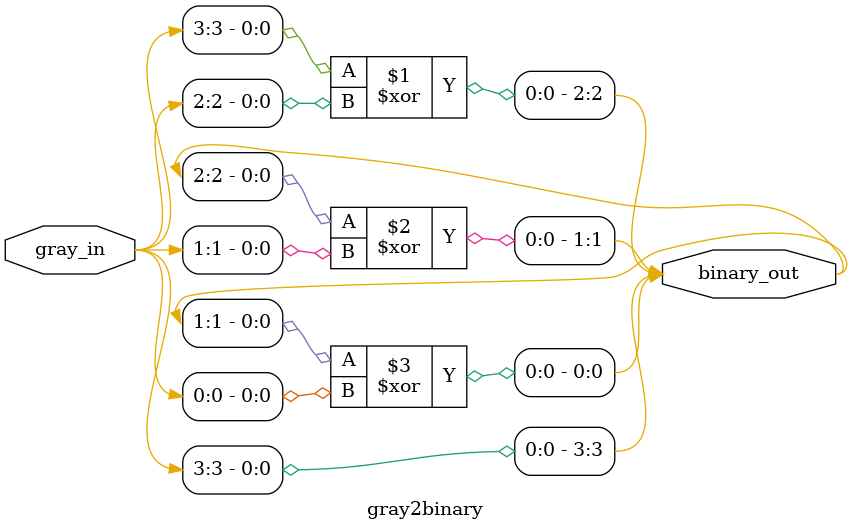
<source format=v>
module gray2binary(gray_in,binary_out);
input [3:0]gray_in;
output [3:0]binary_out;


buf buf1(binary_out[3],gray_in[3]);
xor xor1(binary_out[2],binary_out[3],gray_in[2]);
xor xor2(binary_out[1],binary_out[2],gray_in[1]);
xor xor3(binary_out[0],binary_out[1],gray_in[0]);

endmodule


</source>
